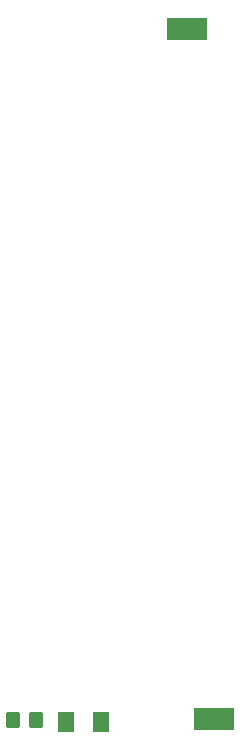
<source format=gbr>
%TF.GenerationSoftware,KiCad,Pcbnew,8.0.1*%
%TF.CreationDate,2024-04-12T14:48:39-05:00*%
%TF.ProjectId,Digilent Discovery LA Adapter,44696769-6c65-46e7-9420-446973636f76,1*%
%TF.SameCoordinates,Original*%
%TF.FileFunction,Paste,Top*%
%TF.FilePolarity,Positive*%
%FSLAX46Y46*%
G04 Gerber Fmt 4.6, Leading zero omitted, Abs format (unit mm)*
G04 Created by KiCad (PCBNEW 8.0.1) date 2024-04-12 14:48:39*
%MOMM*%
%LPD*%
G01*
G04 APERTURE LIST*
G04 Aperture macros list*
%AMRoundRect*
0 Rectangle with rounded corners*
0 $1 Rounding radius*
0 $2 $3 $4 $5 $6 $7 $8 $9 X,Y pos of 4 corners*
0 Add a 4 corners polygon primitive as box body*
4,1,4,$2,$3,$4,$5,$6,$7,$8,$9,$2,$3,0*
0 Add four circle primitives for the rounded corners*
1,1,$1+$1,$2,$3*
1,1,$1+$1,$4,$5*
1,1,$1+$1,$6,$7*
1,1,$1+$1,$8,$9*
0 Add four rect primitives between the rounded corners*
20,1,$1+$1,$2,$3,$4,$5,0*
20,1,$1+$1,$4,$5,$6,$7,0*
20,1,$1+$1,$6,$7,$8,$9,0*
20,1,$1+$1,$8,$9,$2,$3,0*%
G04 Aperture macros list end*
%ADD10R,3.450000X1.850000*%
%ADD11RoundRect,0.250001X0.462499X0.624999X-0.462499X0.624999X-0.462499X-0.624999X0.462499X-0.624999X0*%
%ADD12RoundRect,0.250000X-0.350000X-0.450000X0.350000X-0.450000X0.350000X0.450000X-0.350000X0.450000X0*%
G04 APERTURE END LIST*
D10*
%TO.C,TP2*%
X162560000Y-61595000D03*
%TD*%
%TO.C,TP1*%
X164846000Y-120015000D03*
%TD*%
D11*
%TO.C,D1*%
X155284500Y-120269000D03*
X152309500Y-120269000D03*
%TD*%
D12*
%TO.C,R1*%
X147844000Y-120142000D03*
X149844000Y-120142000D03*
%TD*%
M02*

</source>
